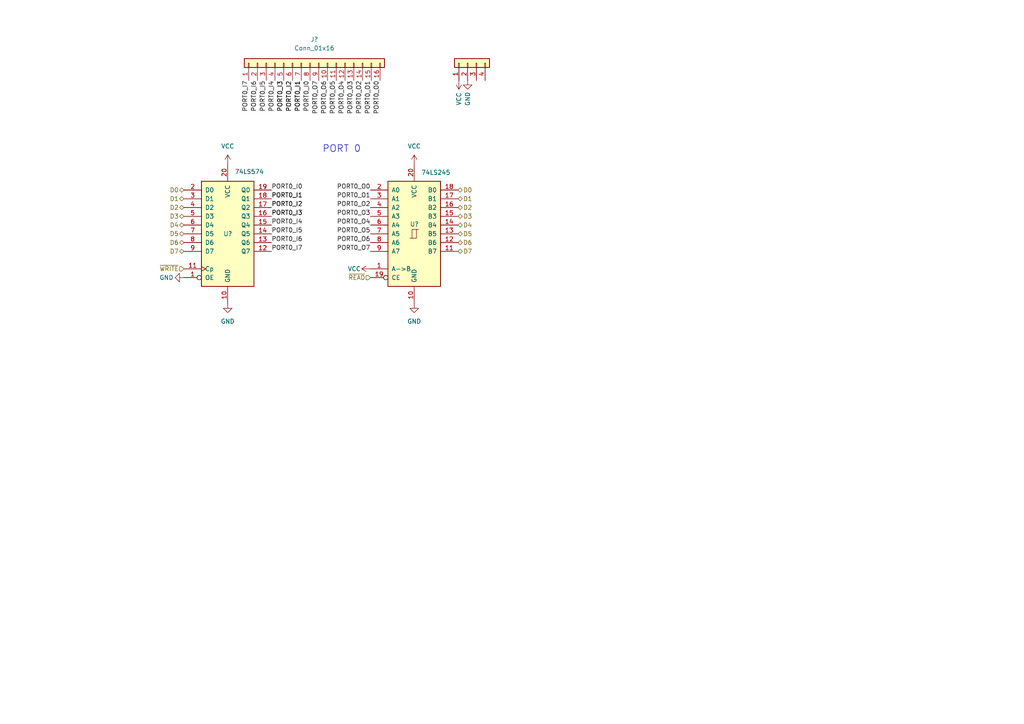
<source format=kicad_sch>
(kicad_sch (version 20211123) (generator eeschema)
  (paper "A4")
  (lib_symbols
    (symbol "74xx:74LS245" (pin_names (offset 1.016))
      (property "Reference" "U" (at -7.62 16.51 0))
      (property "Value" "74LS245" (at -7.62 -16.51 0))
      (symbol "74LS245_1_0"
        (polyline (pts (xy -0.635 -1.27) (xy -0.635 1.27) (xy 0.635 1.27)))
        (polyline (pts (xy -1.27 -1.27) (xy 0.635 -1.27) (xy 0.635 1.27) (xy 1.27 1.27)))
        (pin input line (at -12.7 -10.16 0) (length 5.08) (name "A->B") (number "1"))
        (pin power_in line (at 0 -20.32 90) (length 5.08) (name "GND") (number "10"))
        (pin tri_state line (at 12.7 -5.08 180) (length 5.08) (name "B7") (number "11"))
        (pin tri_state line (at 12.7 -2.54 180) (length 5.08) (name "B6") (number "12"))
        (pin tri_state line (at 12.7 0 180) (length 5.08) (name "B5") (number "13"))
        (pin tri_state line (at 12.7 2.54 180) (length 5.08) (name "B4") (number "14"))
        (pin tri_state line (at 12.7 5.08 180) (length 5.08) (name "B3") (number "15"))
        (pin tri_state line (at 12.7 7.62 180) (length 5.08) (name "B2") (number "16"))
        (pin tri_state line (at 12.7 10.16 180) (length 5.08) (name "B1") (number "17"))
        (pin tri_state line (at 12.7 12.7 180) (length 5.08) (name "B0") (number "18"))
        (pin input inverted (at -12.7 -12.7 0) (length 5.08) (name "CE") (number "19"))
        (pin tri_state line (at -12.7 12.7 0) (length 5.08) (name "A0") (number "2"))
        (pin power_in line (at 0 20.32 270) (length 5.08) (name "VCC") (number "20"))
        (pin tri_state line (at -12.7 10.16 0) (length 5.08) (name "A1") (number "3"))
        (pin tri_state line (at -12.7 7.62 0) (length 5.08) (name "A2") (number "4"))
        (pin tri_state line (at -12.7 5.08 0) (length 5.08) (name "A3") (number "5"))
        (pin tri_state line (at -12.7 2.54 0) (length 5.08) (name "A4") (number "6"))
        (pin tri_state line (at -12.7 0 0) (length 5.08) (name "A5") (number "7"))
        (pin tri_state line (at -12.7 -2.54 0) (length 5.08) (name "A6") (number "8"))
        (pin tri_state line (at -12.7 -5.08 0) (length 5.08) (name "A7") (number "9"))
      )
      (symbol "74LS245_1_1"
        (rectangle (start -7.62 15.24) (end 7.62 -15.24) (stroke (width 0.254)) (fill (type background)))
      )
    )
    (symbol "74xx:74LS574" (pin_names (offset 1.016))
      (property "Reference" "U" (at -7.62 16.51 0))
      (property "Value" "74LS574" (at -7.62 -16.51 0))
      (symbol "74LS574_1_0"
        (pin input inverted (at -12.7 -12.7 0) (length 5.08) (name "OE") (number "1"))
        (pin power_in line (at 0 -20.32 90) (length 5.08) (name "GND") (number "10"))
        (pin input clock (at -12.7 -10.16 0) (length 5.08) (name "Cp") (number "11"))
        (pin tri_state line (at 12.7 -5.08 180) (length 5.08) (name "Q7") (number "12"))
        (pin tri_state line (at 12.7 -2.54 180) (length 5.08) (name "Q6") (number "13"))
        (pin tri_state line (at 12.7 0 180) (length 5.08) (name "Q5") (number "14"))
        (pin tri_state line (at 12.7 2.54 180) (length 5.08) (name "Q4") (number "15"))
        (pin tri_state line (at 12.7 5.08 180) (length 5.08) (name "Q3") (number "16"))
        (pin tri_state line (at 12.7 7.62 180) (length 5.08) (name "Q2") (number "17"))
        (pin tri_state line (at 12.7 10.16 180) (length 5.08) (name "Q1") (number "18"))
        (pin tri_state line (at 12.7 12.7 180) (length 5.08) (name "Q0") (number "19"))
        (pin input line (at -12.7 12.7 0) (length 5.08) (name "D0") (number "2"))
        (pin power_in line (at 0 20.32 270) (length 5.08) (name "VCC") (number "20"))
        (pin input line (at -12.7 10.16 0) (length 5.08) (name "D1") (number "3"))
        (pin input line (at -12.7 7.62 0) (length 5.08) (name "D2") (number "4"))
        (pin input line (at -12.7 5.08 0) (length 5.08) (name "D3") (number "5"))
        (pin input line (at -12.7 2.54 0) (length 5.08) (name "D4") (number "6"))
        (pin input line (at -12.7 0 0) (length 5.08) (name "D5") (number "7"))
        (pin input line (at -12.7 -2.54 0) (length 5.08) (name "D6") (number "8"))
        (pin input line (at -12.7 -5.08 0) (length 5.08) (name "D7") (number "9"))
      )
      (symbol "74LS574_1_1"
        (rectangle (start -7.62 15.24) (end 7.62 -15.24) (stroke (width 0.254)) (fill (type background)))
      )
    )
    (symbol "Connector_Generic:Conn_01x04" (pin_names (offset 1.016) hide)
      (property "Reference" "J" (at 0 5.08 0))
      (property "Value" "Conn_01x04" (at 0 -7.62 0))
      (symbol "Conn_01x04_1_1"
        (rectangle (start -1.27 -4.953) (end 0 -5.207) (stroke (width 0.1524)))
        (rectangle (start -1.27 -2.413) (end 0 -2.667) (stroke (width 0.1524)))
        (rectangle (start -1.27 0.127) (end 0 -0.127) (stroke (width 0.1524)))
        (rectangle (start -1.27 2.667) (end 0 2.413) (stroke (width 0.1524)))
        (rectangle (start -1.27 3.81) (end 1.27 -6.35) (stroke (width 0.254)) (fill (type background)))
        (pin passive line (at -5.08 2.54 0) (length 3.81) (name "Pin_1") (number "1"))
        (pin passive line (at -5.08 0 0) (length 3.81) (name "Pin_2") (number "2"))
        (pin passive line (at -5.08 -2.54 0) (length 3.81) (name "Pin_3") (number "3"))
        (pin passive line (at -5.08 -5.08 0) (length 3.81) (name "Pin_4") (number "4"))
      )
    )
    (symbol "Connector_Generic:Conn_01x16" (pin_names (offset 1.016) hide)
      (property "Reference" "J" (at 0 20.32 0))
      (property "Value" "Conn_01x16" (at 0 -22.86 0))
      (symbol "Conn_01x16_1_1"
        (rectangle (start -1.27 -20.193) (end 0 -20.447) (stroke (width 0.1524)))
        (rectangle (start -1.27 -17.653) (end 0 -17.907) (stroke (width 0.1524)))
        (rectangle (start -1.27 -15.113) (end 0 -15.367) (stroke (width 0.1524)))
        (rectangle (start -1.27 -12.573) (end 0 -12.827) (stroke (width 0.1524)))
        (rectangle (start -1.27 -10.033) (end 0 -10.287) (stroke (width 0.1524)))
        (rectangle (start -1.27 -7.493) (end 0 -7.747) (stroke (width 0.1524)))
        (rectangle (start -1.27 -4.953) (end 0 -5.207) (stroke (width 0.1524)))
        (rectangle (start -1.27 -2.413) (end 0 -2.667) (stroke (width 0.1524)))
        (rectangle (start -1.27 0.127) (end 0 -0.127) (stroke (width 0.1524)))
        (rectangle (start -1.27 2.667) (end 0 2.413) (stroke (width 0.1524)))
        (rectangle (start -1.27 5.207) (end 0 4.953) (stroke (width 0.1524)))
        (rectangle (start -1.27 7.747) (end 0 7.493) (stroke (width 0.1524)))
        (rectangle (start -1.27 10.287) (end 0 10.033) (stroke (width 0.1524)))
        (rectangle (start -1.27 12.827) (end 0 12.573) (stroke (width 0.1524)))
        (rectangle (start -1.27 15.367) (end 0 15.113) (stroke (width 0.1524)))
        (rectangle (start -1.27 17.907) (end 0 17.653) (stroke (width 0.1524)))
        (rectangle (start -1.27 19.05) (end 1.27 -21.59) (stroke (width 0.254)) (fill (type background)))
        (pin passive line (at -5.08 17.78 0) (length 3.81) (name "Pin_1") (number "1"))
        (pin passive line (at -5.08 -5.08 0) (length 3.81) (name "Pin_10") (number "10"))
        (pin passive line (at -5.08 -7.62 0) (length 3.81) (name "Pin_11") (number "11"))
        (pin passive line (at -5.08 -10.16 0) (length 3.81) (name "Pin_12") (number "12"))
        (pin passive line (at -5.08 -12.7 0) (length 3.81) (name "Pin_13") (number "13"))
        (pin passive line (at -5.08 -15.24 0) (length 3.81) (name "Pin_14") (number "14"))
        (pin passive line (at -5.08 -17.78 0) (length 3.81) (name "Pin_15") (number "15"))
        (pin passive line (at -5.08 -20.32 0) (length 3.81) (name "Pin_16") (number "16"))
        (pin passive line (at -5.08 15.24 0) (length 3.81) (name "Pin_2") (number "2"))
        (pin passive line (at -5.08 12.7 0) (length 3.81) (name "Pin_3") (number "3"))
        (pin passive line (at -5.08 10.16 0) (length 3.81) (name "Pin_4") (number "4"))
        (pin passive line (at -5.08 7.62 0) (length 3.81) (name "Pin_5") (number "5"))
        (pin passive line (at -5.08 5.08 0) (length 3.81) (name "Pin_6") (number "6"))
        (pin passive line (at -5.08 2.54 0) (length 3.81) (name "Pin_7") (number "7"))
        (pin passive line (at -5.08 0 0) (length 3.81) (name "Pin_8") (number "8"))
        (pin passive line (at -5.08 -2.54 0) (length 3.81) (name "Pin_9") (number "9"))
      )
    )
    (symbol "power:GND" (power) (pin_names (offset 0))
      (property "Value" "GND" (at 0 -3.81 0))
      (symbol "GND_0_1"
        (polyline (pts (xy 0 0) (xy 0 -1.27) (xy 1.27 -1.27) (xy 0 -2.54) (xy -1.27 -1.27) (xy 0 -1.27)))
      )
      (symbol "GND_1_1"
        (pin power_in line (at 0 0 270) (length 0) hide (name "GND") (number "1"))
      )
    )
    (symbol "power:VCC" (power) (pin_names (offset 0))
      (property "Value" "VCC" (at 0 3.81 0))
      (symbol "VCC_0_1"
        (polyline (pts (xy -0.762 1.27) (xy 0 2.54)))
        (polyline (pts (xy 0 0) (xy 0 2.54)))
        (polyline (pts (xy 0 2.54) (xy 0.762 1.27)))
      )
      (symbol "VCC_1_1"
        (pin power_in line (at 0 0 90) (length 0) hide (name "VCC") (number "1"))
      )
    )
  )
  (text "PORT 0" (at 93.472 44.45 0) (effects (font (size 2 2)) (justify left bottom)))
  (label "PORT0_I3" (at 82.296 23.368 270))
  (label "PORT0_O3" (at 102.616 23.368 270))
  (label "PORT0_O6" (at 107.442 70.358 180))
  (label "PORT0_I6" (at 78.74 70.358 0))
  (label "PORT0_O5" (at 97.536 23.368 270))
  (label "PORT0_I1" (at 78.74 57.658 0))
  (label "PORT0_O2" (at 105.156 23.368 270))
  (label "PORT0_I2" (at 84.836 23.368 270))
  (label "PORT0_I1" (at 78.74 57.658 0))
  (label "PORT0_O2" (at 107.442 60.198 180))
  (label "PORT0_O4" (at 100.076 23.368 270))
  (label "PORT0_I5" (at 78.74 67.818 0))
  (label "PORT0_O1" (at 107.442 57.658 180))
  (label "PORT0_I6" (at 74.676 23.368 270))
  (label "PORT0_I0" (at 78.74 55.118 0))
  (label "PORT0_I4" (at 78.74 65.278 0))
  (label "PORT0_O3" (at 107.442 62.738 180))
  (label "PORT0_O1" (at 107.696 23.368 270))
  (label "PORT0_I4" (at 79.756 23.368 270))
  (label "PORT0_I3" (at 78.74 62.738 0))
  (label "PORT0_I2" (at 78.74 60.198 0))
  (label "PORT0_I3" (at 78.74 62.738 0))
  (label "PORT0_I1" (at 87.376 23.368 270))
  (label "PORT0_O6" (at 94.996 23.368 270))
  (label "PORT0_I3" (at 82.296 23.368 270))
  (label "PORT0_I2" (at 84.836 23.368 270))
  (label "PORT0_I0" (at 89.916 23.368 270))
  (label "PORT0_O7" (at 107.442 72.898 180))
  (label "PORT0_O5" (at 107.442 67.818 180))
  (label "PORT0_I7" (at 72.136 23.368 270))
  (label "PORT0_I5" (at 77.216 23.368 270))
  (label "PORT0_O4" (at 107.442 65.278 180))
  (label "PORT0_O0" (at 107.442 55.118 180))
  (label "PORT0_O0" (at 110.236 23.368 270))
  (label "PORT0_I1" (at 87.376 23.368 270))
  (label "PORT0_I7" (at 78.74 72.898 0))
  (label "PORT0_I2" (at 78.74 60.198 0))
  (label "PORT0_O7" (at 92.456 23.368 270))
  (hierarchical_label "D5" (shape tri_state) (at 53.34 67.818 180))
  (hierarchical_label "~{READ}" (shape input) (at 107.442 80.518 180))
  (hierarchical_label "D6" (shape tri_state) (at 132.842 70.358 0))
  (hierarchical_label "D1" (shape tri_state) (at 132.842 57.658 0))
  (hierarchical_label "D4" (shape tri_state) (at 53.34 65.278 180))
  (hierarchical_label "D4" (shape tri_state) (at 132.842 65.278 0))
  (hierarchical_label "D7" (shape tri_state) (at 132.842 72.898 0))
  (hierarchical_label "D3" (shape tri_state) (at 132.842 62.738 0))
  (hierarchical_label "D0" (shape tri_state) (at 132.842 55.118 0))
  (hierarchical_label "D6" (shape tri_state) (at 53.34 70.358 180))
  (hierarchical_label "D7" (shape tri_state) (at 53.34 72.898 180))
  (hierarchical_label "D2" (shape tri_state) (at 132.842 60.198 0))
  (hierarchical_label "~{WRITE}" (shape input) (at 53.34 77.978 180))
  (hierarchical_label "D0" (shape tri_state) (at 53.34 55.118 180))
  (hierarchical_label "D5" (shape tri_state) (at 132.842 67.818 0))
  (hierarchical_label "D1" (shape tri_state) (at 53.34 57.658 180))
  (hierarchical_label "D3" (shape tri_state) (at 53.34 62.738 180))
  (hierarchical_label "D2" (shape tri_state) (at 53.34 60.198 180))
  (symbol (lib_id "power:VCC") (at 107.442 77.978 90)
    (property "Reference" "#PWR?" (effects hide))
    (property "Value" "VCC" (at 100.838 77.978 90) (effects (justify right)))
  )
  (symbol (lib_id "Connector_Generic:Conn_01x04") (at 135.636 18.288 90)
    (property "Reference" "J?" (effects hide))
    (property "Value" "Conn_01x04" (effects hide))
  )
  (symbol (lib_id "power:GND") (at 66.04 88.138 0)
    (property "Reference" "#PWR?" (effects hide))
    (property "Value" "GND" (at 66.04 93.218 0))
  )
  (symbol (lib_id "power:VCC") (at 133.096 23.368 180)
    (property "Reference" "#PWR?" (effects hide))
    (property "Value" "VCC" (at 133.096 28.702 90))
  )
  (symbol (lib_id "power:GND") (at 120.142 88.138 0)
    (property "Reference" "#PWR?" (effects hide))
    (property "Value" "GND" (at 120.142 93.218 0))
  )
  (symbol (lib_id "power:VCC") (at 66.04 47.498 0)
    (property "Reference" "#PWR?" (effects hide))
    (property "Value" "VCC" (at 66.04 42.418 0))
  )
  (symbol (lib_id "74xx:74LS574") (at 66.04 67.818 0)
    (property "Reference" "U?" (at 64.77 67.818 0) (effects (justify left)))
    (property "Value" "74LS574" (at 68.0594 49.784 0) (effects (justify left)))
    (property "Datasheet" "http://www.ti.com/lit/gpn/sn74LS574" (effects hide))
  )
  (symbol (lib_id "Connector_Generic:Conn_01x16") (at 89.916 18.288 90)
    (property "Reference" "J?" (at 91.186 11.43 90))
    (property "Value" "Conn_01x16" (at 91.186 13.97 90))
  )
  (symbol (lib_id "power:GND") (at 135.636 23.368 0)
    (property "Reference" "#PWR?" (effects hide))
    (property "Value" "GND" (at 135.636 28.702 90))
  )
  (symbol (lib_id "power:GND") (at 53.34 80.518 270)
    (property "Reference" "#PWR?" (effects hide))
    (property "Value" "GND" (at 46.228 80.518 90) (effects (justify left)))
  )
  (symbol (lib_id "power:VCC") (at 120.142 47.498 0)
    (property "Reference" "#PWR?" (effects hide))
    (property "Value" "VCC" (at 120.142 42.418 0))
  )
  (symbol (lib_id "74xx:74LS245") (at 120.142 67.818 0)
    (property "Reference" "U?" (at 118.872 65.024 0) (effects (justify left)))
    (property "Value" "74LS245" (at 122.1614 50.038 0) (effects (justify left)))
    (property "Datasheet" "http://www.ti.com/lit/gpn/sn74LS245" (effects hide))
  )
)
</source>
